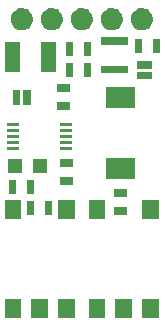
<source format=gts>
G04 (created by PCBNEW (2013-07-07 BZR 4022)-stable) date 7/23/2013 8:30:17 PM*
%MOIN*%
G04 Gerber Fmt 3.4, Leading zero omitted, Abs format*
%FSLAX34Y34*%
G01*
G70*
G90*
G04 APERTURE LIST*
%ADD10C,0.00590551*%
G04 APERTURE END LIST*
G54D10*
G36*
X47326Y-26326D02*
X47073Y-26326D01*
X47073Y-25873D01*
X47326Y-25873D01*
X47326Y-26326D01*
X47326Y-26326D01*
G37*
G36*
X47423Y-24054D02*
X47026Y-24054D01*
X47026Y-23945D01*
X47423Y-23945D01*
X47423Y-24054D01*
X47423Y-24054D01*
G37*
G36*
X47423Y-24254D02*
X47026Y-24254D01*
X47026Y-24145D01*
X47423Y-24145D01*
X47423Y-24254D01*
X47423Y-24254D01*
G37*
G36*
X47423Y-24454D02*
X47026Y-24454D01*
X47026Y-24345D01*
X47423Y-24345D01*
X47423Y-24454D01*
X47423Y-24454D01*
G37*
G36*
X47423Y-24654D02*
X47026Y-24654D01*
X47026Y-24545D01*
X47423Y-24545D01*
X47423Y-24654D01*
X47423Y-24654D01*
G37*
G36*
X47423Y-24854D02*
X47026Y-24854D01*
X47026Y-24745D01*
X47423Y-24745D01*
X47423Y-24854D01*
X47423Y-24854D01*
G37*
G36*
X47449Y-23351D02*
X47196Y-23351D01*
X47196Y-22848D01*
X47449Y-22848D01*
X47449Y-23351D01*
X47449Y-23351D01*
G37*
G36*
X47451Y-22251D02*
X46948Y-22251D01*
X46948Y-21248D01*
X47451Y-21248D01*
X47451Y-22251D01*
X47451Y-22251D01*
G37*
G36*
X47490Y-27162D02*
X46937Y-27162D01*
X46937Y-26530D01*
X47490Y-26530D01*
X47490Y-27162D01*
X47490Y-27162D01*
G37*
G36*
X47490Y-30469D02*
X46937Y-30469D01*
X46937Y-29837D01*
X47490Y-29837D01*
X47490Y-30469D01*
X47490Y-30469D01*
G37*
G36*
X47524Y-25637D02*
X47049Y-25637D01*
X47049Y-25162D01*
X47524Y-25162D01*
X47524Y-25637D01*
X47524Y-25637D01*
G37*
G36*
X47803Y-23351D02*
X47550Y-23351D01*
X47550Y-22848D01*
X47803Y-22848D01*
X47803Y-23351D01*
X47803Y-23351D01*
G37*
G36*
X47871Y-20463D02*
X47869Y-20546D01*
X47869Y-20546D01*
X47869Y-20548D01*
X47853Y-20617D01*
X47853Y-20617D01*
X47853Y-20617D01*
X47824Y-20684D01*
X47824Y-20684D01*
X47824Y-20684D01*
X47782Y-20743D01*
X47782Y-20743D01*
X47782Y-20743D01*
X47729Y-20793D01*
X47729Y-20793D01*
X47729Y-20793D01*
X47698Y-20813D01*
X47668Y-20832D01*
X47668Y-20832D01*
X47600Y-20859D01*
X47600Y-20859D01*
X47600Y-20859D01*
X47528Y-20871D01*
X47528Y-20871D01*
X47528Y-20871D01*
X47455Y-20870D01*
X47455Y-20870D01*
X47431Y-20864D01*
X47384Y-20854D01*
X47384Y-20854D01*
X47318Y-20825D01*
X47318Y-20825D01*
X47258Y-20783D01*
X47258Y-20783D01*
X47207Y-20731D01*
X47168Y-20670D01*
X47168Y-20670D01*
X47141Y-20602D01*
X47141Y-20602D01*
X47140Y-20598D01*
X47128Y-20531D01*
X47129Y-20458D01*
X47144Y-20387D01*
X47173Y-20320D01*
X47214Y-20260D01*
X47266Y-20209D01*
X47327Y-20169D01*
X47394Y-20142D01*
X47466Y-20128D01*
X47538Y-20129D01*
X47610Y-20143D01*
X47677Y-20172D01*
X47728Y-20206D01*
X47737Y-20212D01*
X47737Y-20212D01*
X47788Y-20264D01*
X47788Y-20264D01*
X47809Y-20294D01*
X47829Y-20324D01*
X47829Y-20325D01*
X47856Y-20392D01*
X47856Y-20392D01*
X47856Y-20392D01*
X47871Y-20463D01*
X47871Y-20463D01*
X47871Y-20463D01*
X47871Y-20463D01*
G37*
G36*
X47926Y-26326D02*
X47673Y-26326D01*
X47673Y-25873D01*
X47926Y-25873D01*
X47926Y-26326D01*
X47926Y-26326D01*
G37*
G36*
X47926Y-27026D02*
X47673Y-27026D01*
X47673Y-26573D01*
X47926Y-26573D01*
X47926Y-27026D01*
X47926Y-27026D01*
G37*
G36*
X48350Y-25637D02*
X47875Y-25637D01*
X47875Y-25162D01*
X48350Y-25162D01*
X48350Y-25637D01*
X48350Y-25637D01*
G37*
G36*
X48376Y-30469D02*
X47823Y-30469D01*
X47823Y-29837D01*
X48376Y-29837D01*
X48376Y-30469D01*
X48376Y-30469D01*
G37*
G36*
X48526Y-27026D02*
X48273Y-27026D01*
X48273Y-26573D01*
X48526Y-26573D01*
X48526Y-27026D01*
X48526Y-27026D01*
G37*
G36*
X48651Y-22251D02*
X48148Y-22251D01*
X48148Y-21248D01*
X48651Y-21248D01*
X48651Y-22251D01*
X48651Y-22251D01*
G37*
G36*
X48871Y-20463D02*
X48869Y-20546D01*
X48869Y-20546D01*
X48869Y-20548D01*
X48853Y-20617D01*
X48853Y-20617D01*
X48853Y-20617D01*
X48824Y-20684D01*
X48824Y-20684D01*
X48824Y-20684D01*
X48782Y-20743D01*
X48782Y-20743D01*
X48782Y-20743D01*
X48729Y-20793D01*
X48729Y-20793D01*
X48729Y-20793D01*
X48698Y-20813D01*
X48668Y-20832D01*
X48668Y-20832D01*
X48600Y-20859D01*
X48600Y-20859D01*
X48600Y-20859D01*
X48528Y-20871D01*
X48528Y-20871D01*
X48528Y-20871D01*
X48455Y-20870D01*
X48455Y-20870D01*
X48431Y-20864D01*
X48384Y-20854D01*
X48384Y-20854D01*
X48318Y-20825D01*
X48318Y-20825D01*
X48258Y-20783D01*
X48258Y-20783D01*
X48207Y-20731D01*
X48168Y-20670D01*
X48168Y-20670D01*
X48141Y-20602D01*
X48141Y-20602D01*
X48140Y-20598D01*
X48128Y-20531D01*
X48129Y-20458D01*
X48144Y-20387D01*
X48173Y-20320D01*
X48214Y-20260D01*
X48266Y-20209D01*
X48327Y-20169D01*
X48394Y-20142D01*
X48466Y-20128D01*
X48538Y-20129D01*
X48610Y-20143D01*
X48677Y-20172D01*
X48728Y-20206D01*
X48737Y-20212D01*
X48737Y-20212D01*
X48788Y-20264D01*
X48788Y-20264D01*
X48809Y-20294D01*
X48829Y-20324D01*
X48829Y-20325D01*
X48856Y-20392D01*
X48856Y-20392D01*
X48856Y-20392D01*
X48871Y-20463D01*
X48871Y-20463D01*
X48871Y-20463D01*
X48871Y-20463D01*
G37*
G36*
X49126Y-22926D02*
X48673Y-22926D01*
X48673Y-22673D01*
X49126Y-22673D01*
X49126Y-22926D01*
X49126Y-22926D01*
G37*
G36*
X49126Y-23526D02*
X48673Y-23526D01*
X48673Y-23273D01*
X49126Y-23273D01*
X49126Y-23526D01*
X49126Y-23526D01*
G37*
G36*
X49173Y-24054D02*
X48776Y-24054D01*
X48776Y-23945D01*
X49173Y-23945D01*
X49173Y-24054D01*
X49173Y-24054D01*
G37*
G36*
X49173Y-24254D02*
X48776Y-24254D01*
X48776Y-24145D01*
X49173Y-24145D01*
X49173Y-24254D01*
X49173Y-24254D01*
G37*
G36*
X49173Y-24454D02*
X48776Y-24454D01*
X48776Y-24345D01*
X49173Y-24345D01*
X49173Y-24454D01*
X49173Y-24454D01*
G37*
G36*
X49173Y-24654D02*
X48776Y-24654D01*
X48776Y-24545D01*
X49173Y-24545D01*
X49173Y-24654D01*
X49173Y-24654D01*
G37*
G36*
X49173Y-24854D02*
X48776Y-24854D01*
X48776Y-24745D01*
X49173Y-24745D01*
X49173Y-24854D01*
X49173Y-24854D01*
G37*
G36*
X49226Y-21726D02*
X48973Y-21726D01*
X48973Y-21273D01*
X49226Y-21273D01*
X49226Y-21726D01*
X49226Y-21726D01*
G37*
G36*
X49226Y-22426D02*
X48973Y-22426D01*
X48973Y-21973D01*
X49226Y-21973D01*
X49226Y-22426D01*
X49226Y-22426D01*
G37*
G36*
X49226Y-25426D02*
X48773Y-25426D01*
X48773Y-25173D01*
X49226Y-25173D01*
X49226Y-25426D01*
X49226Y-25426D01*
G37*
G36*
X49226Y-26026D02*
X48773Y-26026D01*
X48773Y-25773D01*
X49226Y-25773D01*
X49226Y-26026D01*
X49226Y-26026D01*
G37*
G36*
X49262Y-27162D02*
X48709Y-27162D01*
X48709Y-26530D01*
X49262Y-26530D01*
X49262Y-27162D01*
X49262Y-27162D01*
G37*
G36*
X49262Y-30469D02*
X48709Y-30469D01*
X48709Y-29837D01*
X49262Y-29837D01*
X49262Y-30469D01*
X49262Y-30469D01*
G37*
G36*
X49826Y-21726D02*
X49573Y-21726D01*
X49573Y-21273D01*
X49826Y-21273D01*
X49826Y-21726D01*
X49826Y-21726D01*
G37*
G36*
X49826Y-22426D02*
X49573Y-22426D01*
X49573Y-21973D01*
X49826Y-21973D01*
X49826Y-22426D01*
X49826Y-22426D01*
G37*
G36*
X49871Y-20463D02*
X49869Y-20546D01*
X49869Y-20546D01*
X49869Y-20548D01*
X49853Y-20617D01*
X49853Y-20617D01*
X49853Y-20617D01*
X49824Y-20684D01*
X49824Y-20684D01*
X49824Y-20684D01*
X49782Y-20743D01*
X49782Y-20743D01*
X49782Y-20743D01*
X49729Y-20793D01*
X49729Y-20793D01*
X49729Y-20793D01*
X49698Y-20813D01*
X49668Y-20832D01*
X49668Y-20832D01*
X49600Y-20859D01*
X49600Y-20859D01*
X49600Y-20859D01*
X49528Y-20871D01*
X49528Y-20871D01*
X49528Y-20871D01*
X49455Y-20870D01*
X49455Y-20870D01*
X49431Y-20864D01*
X49384Y-20854D01*
X49384Y-20854D01*
X49318Y-20825D01*
X49318Y-20825D01*
X49258Y-20783D01*
X49258Y-20783D01*
X49207Y-20731D01*
X49168Y-20670D01*
X49168Y-20670D01*
X49141Y-20602D01*
X49141Y-20602D01*
X49140Y-20598D01*
X49128Y-20531D01*
X49129Y-20458D01*
X49144Y-20387D01*
X49173Y-20320D01*
X49214Y-20260D01*
X49266Y-20209D01*
X49327Y-20169D01*
X49394Y-20142D01*
X49466Y-20128D01*
X49538Y-20129D01*
X49610Y-20143D01*
X49677Y-20172D01*
X49728Y-20206D01*
X49737Y-20212D01*
X49737Y-20212D01*
X49788Y-20264D01*
X49788Y-20264D01*
X49809Y-20294D01*
X49829Y-20324D01*
X49829Y-20325D01*
X49856Y-20392D01*
X49856Y-20392D01*
X49856Y-20392D01*
X49871Y-20463D01*
X49871Y-20463D01*
X49871Y-20463D01*
X49871Y-20463D01*
G37*
G36*
X50290Y-27162D02*
X49737Y-27162D01*
X49737Y-26530D01*
X50290Y-26530D01*
X50290Y-27162D01*
X50290Y-27162D01*
G37*
G36*
X50290Y-30469D02*
X49737Y-30469D01*
X49737Y-29837D01*
X50290Y-29837D01*
X50290Y-30469D01*
X50290Y-30469D01*
G37*
G36*
X50871Y-20463D02*
X50869Y-20546D01*
X50869Y-20546D01*
X50869Y-20548D01*
X50853Y-20617D01*
X50853Y-20617D01*
X50853Y-20617D01*
X50824Y-20684D01*
X50824Y-20684D01*
X50824Y-20684D01*
X50782Y-20743D01*
X50782Y-20743D01*
X50782Y-20743D01*
X50729Y-20793D01*
X50729Y-20793D01*
X50729Y-20793D01*
X50698Y-20813D01*
X50668Y-20832D01*
X50668Y-20832D01*
X50600Y-20859D01*
X50600Y-20859D01*
X50600Y-20859D01*
X50528Y-20871D01*
X50528Y-20871D01*
X50528Y-20871D01*
X50455Y-20870D01*
X50455Y-20870D01*
X50431Y-20864D01*
X50384Y-20854D01*
X50384Y-20854D01*
X50318Y-20825D01*
X50318Y-20825D01*
X50258Y-20783D01*
X50258Y-20783D01*
X50207Y-20731D01*
X50168Y-20670D01*
X50168Y-20670D01*
X50141Y-20602D01*
X50141Y-20602D01*
X50140Y-20598D01*
X50128Y-20531D01*
X50129Y-20458D01*
X50144Y-20387D01*
X50173Y-20320D01*
X50214Y-20260D01*
X50266Y-20209D01*
X50327Y-20169D01*
X50394Y-20142D01*
X50466Y-20128D01*
X50538Y-20129D01*
X50610Y-20143D01*
X50677Y-20172D01*
X50728Y-20206D01*
X50737Y-20212D01*
X50737Y-20212D01*
X50788Y-20264D01*
X50788Y-20264D01*
X50809Y-20294D01*
X50829Y-20324D01*
X50829Y-20325D01*
X50856Y-20392D01*
X50856Y-20392D01*
X50856Y-20392D01*
X50871Y-20463D01*
X50871Y-20463D01*
X50871Y-20463D01*
X50871Y-20463D01*
G37*
G36*
X51026Y-26426D02*
X50573Y-26426D01*
X50573Y-26173D01*
X51026Y-26173D01*
X51026Y-26426D01*
X51026Y-26426D01*
G37*
G36*
X51026Y-27026D02*
X50573Y-27026D01*
X50573Y-26773D01*
X51026Y-26773D01*
X51026Y-27026D01*
X51026Y-27026D01*
G37*
G36*
X51053Y-21350D02*
X50146Y-21350D01*
X50146Y-21104D01*
X51053Y-21104D01*
X51053Y-21350D01*
X51053Y-21350D01*
G37*
G36*
X51053Y-22295D02*
X50146Y-22295D01*
X50146Y-22049D01*
X51053Y-22049D01*
X51053Y-22295D01*
X51053Y-22295D01*
G37*
G36*
X51176Y-30469D02*
X50623Y-30469D01*
X50623Y-29837D01*
X51176Y-29837D01*
X51176Y-30469D01*
X51176Y-30469D01*
G37*
G36*
X51273Y-23474D02*
X50326Y-23474D01*
X50326Y-22763D01*
X51273Y-22763D01*
X51273Y-23474D01*
X51273Y-23474D01*
G37*
G36*
X51273Y-25836D02*
X50326Y-25836D01*
X50326Y-25125D01*
X51273Y-25125D01*
X51273Y-25836D01*
X51273Y-25836D01*
G37*
G36*
X51526Y-21626D02*
X51273Y-21626D01*
X51273Y-21173D01*
X51526Y-21173D01*
X51526Y-21626D01*
X51526Y-21626D01*
G37*
G36*
X51851Y-22149D02*
X51348Y-22149D01*
X51348Y-21896D01*
X51851Y-21896D01*
X51851Y-22149D01*
X51851Y-22149D01*
G37*
G36*
X51851Y-22503D02*
X51348Y-22503D01*
X51348Y-22250D01*
X51851Y-22250D01*
X51851Y-22503D01*
X51851Y-22503D01*
G37*
G36*
X51871Y-20463D02*
X51869Y-20546D01*
X51869Y-20546D01*
X51869Y-20548D01*
X51853Y-20617D01*
X51853Y-20617D01*
X51853Y-20617D01*
X51824Y-20684D01*
X51824Y-20684D01*
X51824Y-20684D01*
X51782Y-20743D01*
X51782Y-20743D01*
X51782Y-20743D01*
X51729Y-20793D01*
X51729Y-20793D01*
X51729Y-20793D01*
X51698Y-20813D01*
X51668Y-20832D01*
X51668Y-20832D01*
X51600Y-20859D01*
X51600Y-20859D01*
X51600Y-20859D01*
X51528Y-20871D01*
X51528Y-20871D01*
X51528Y-20871D01*
X51455Y-20870D01*
X51455Y-20870D01*
X51431Y-20864D01*
X51384Y-20854D01*
X51384Y-20854D01*
X51318Y-20825D01*
X51318Y-20825D01*
X51258Y-20783D01*
X51258Y-20783D01*
X51207Y-20731D01*
X51168Y-20670D01*
X51168Y-20670D01*
X51141Y-20602D01*
X51141Y-20602D01*
X51140Y-20598D01*
X51128Y-20531D01*
X51129Y-20458D01*
X51144Y-20387D01*
X51173Y-20320D01*
X51214Y-20260D01*
X51266Y-20209D01*
X51327Y-20169D01*
X51394Y-20142D01*
X51466Y-20128D01*
X51538Y-20129D01*
X51610Y-20143D01*
X51677Y-20172D01*
X51728Y-20206D01*
X51737Y-20212D01*
X51737Y-20212D01*
X51788Y-20264D01*
X51788Y-20264D01*
X51809Y-20294D01*
X51829Y-20324D01*
X51829Y-20325D01*
X51856Y-20392D01*
X51856Y-20392D01*
X51856Y-20392D01*
X51871Y-20463D01*
X51871Y-20463D01*
X51871Y-20463D01*
X51871Y-20463D01*
G37*
G36*
X52062Y-27162D02*
X51509Y-27162D01*
X51509Y-26530D01*
X52062Y-26530D01*
X52062Y-27162D01*
X52062Y-27162D01*
G37*
G36*
X52062Y-30469D02*
X51509Y-30469D01*
X51509Y-29837D01*
X52062Y-29837D01*
X52062Y-30469D01*
X52062Y-30469D01*
G37*
G36*
X52126Y-21626D02*
X51873Y-21626D01*
X51873Y-21173D01*
X52126Y-21173D01*
X52126Y-21626D01*
X52126Y-21626D01*
G37*
M02*

</source>
